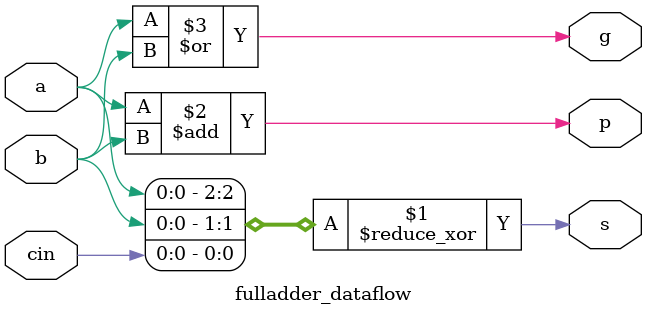
<source format=v>
`timescale 1ns / 1ps


module fulladder_dataflow(
    input a, b, cin,
    output s, p, g
);

assign s = ^{a, b, cin};
assign p = a + b;
assign g = a | b; 
    
endmodule

</source>
